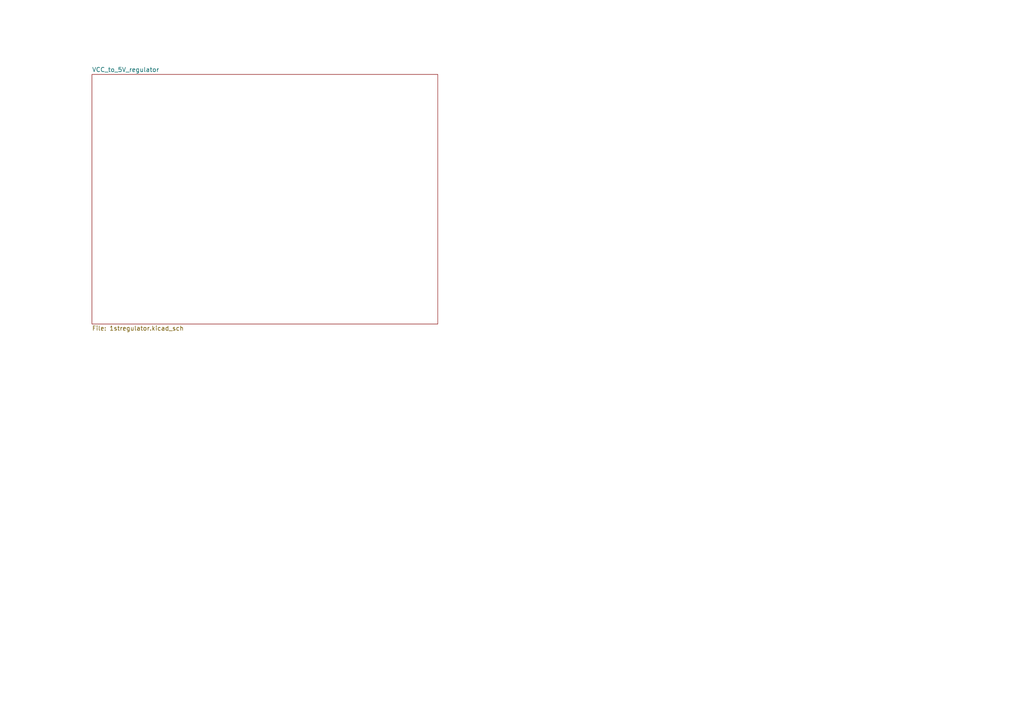
<source format=kicad_sch>
(kicad_sch (version 20210126) (generator eeschema)
  (paper "A4")
  (lib_symbols)
  (sheet (at 26.67 21.59) (size 100.33 72.39) (stroke (width 0.001))
    (property "Sheet name" "VCC_to_5V_regulator" (at 26.67 20.9541 0) (effects (justify left bottom)))
    (property "Sheet file" "1stregulator.kicad_sch" (at 26.67 94.4889 0) (effects (justify left top)))
  )
)
</source>
